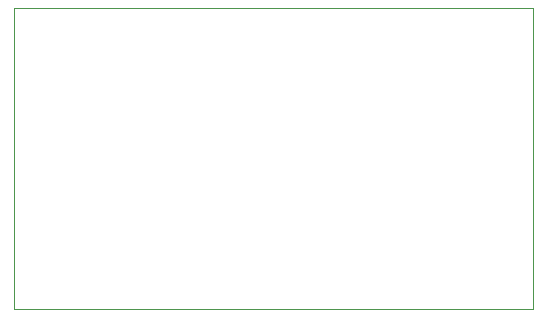
<source format=gbr>
%TF.GenerationSoftware,KiCad,Pcbnew,(6.0.7)*%
%TF.CreationDate,2022-11-14T21:42:39-08:00*%
%TF.ProjectId,3PDT_Regulator,33504454-5f52-4656-9775-6c61746f722e,rev?*%
%TF.SameCoordinates,Original*%
%TF.FileFunction,Profile,NP*%
%FSLAX46Y46*%
G04 Gerber Fmt 4.6, Leading zero omitted, Abs format (unit mm)*
G04 Created by KiCad (PCBNEW (6.0.7)) date 2022-11-14 21:42:39*
%MOMM*%
%LPD*%
G01*
G04 APERTURE LIST*
%TA.AperFunction,Profile*%
%ADD10C,0.100000*%
%TD*%
G04 APERTURE END LIST*
D10*
X262000000Y-119000000D02*
X218000000Y-119000000D01*
X262000000Y-144500000D02*
X262000000Y-119000000D01*
X218000000Y-144500000D02*
X262000000Y-144500000D01*
X218000000Y-119000000D02*
X218000000Y-144500000D01*
M02*

</source>
